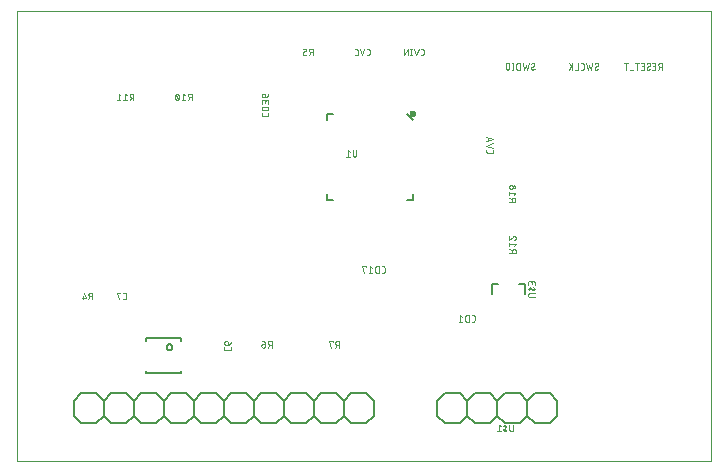
<source format=gbo>
G75*
%MOIN*%
%OFA0B0*%
%FSLAX25Y25*%
%IPPOS*%
%LPD*%
%AMOC8*
5,1,8,0,0,1.08239X$1,22.5*
%
%ADD10C,0.00000*%
%ADD11C,0.00600*%
%ADD12C,0.00200*%
%ADD13C,0.00500*%
%ADD14C,0.00800*%
%ADD15C,0.02362*%
D10*
X0002550Y0001800D02*
X0002550Y0151761D01*
X0233751Y0151761D01*
X0233751Y0001800D01*
X0002550Y0001800D01*
D11*
X0021300Y0016800D02*
X0023800Y0014300D01*
X0028800Y0014300D01*
X0031300Y0016800D01*
X0033800Y0014300D01*
X0038800Y0014300D01*
X0041300Y0016800D01*
X0041300Y0021800D01*
X0038800Y0024300D01*
X0033800Y0024300D01*
X0031300Y0021800D01*
X0028800Y0024300D01*
X0023800Y0024300D01*
X0021300Y0021800D01*
X0021300Y0016800D01*
X0031300Y0016800D02*
X0031300Y0021800D01*
X0041300Y0021800D02*
X0043800Y0024300D01*
X0048800Y0024300D01*
X0051300Y0021800D01*
X0053800Y0024300D01*
X0058800Y0024300D01*
X0061300Y0021800D01*
X0063800Y0024300D01*
X0068800Y0024300D01*
X0071300Y0021800D01*
X0071300Y0016800D01*
X0068800Y0014300D01*
X0063800Y0014300D01*
X0061300Y0016800D01*
X0061300Y0021800D01*
X0061300Y0016800D02*
X0058800Y0014300D01*
X0053800Y0014300D01*
X0051300Y0016800D01*
X0051300Y0021800D01*
X0051300Y0016800D02*
X0048800Y0014300D01*
X0043800Y0014300D01*
X0041300Y0016800D01*
X0071300Y0016800D02*
X0073800Y0014300D01*
X0078800Y0014300D01*
X0081300Y0016800D01*
X0083800Y0014300D01*
X0088800Y0014300D01*
X0091300Y0016800D01*
X0093800Y0014300D01*
X0098800Y0014300D01*
X0101300Y0016800D01*
X0101300Y0021800D01*
X0098800Y0024300D01*
X0093800Y0024300D01*
X0091300Y0021800D01*
X0088800Y0024300D01*
X0083800Y0024300D01*
X0081300Y0021800D01*
X0078800Y0024300D01*
X0073800Y0024300D01*
X0071300Y0021800D01*
X0081300Y0021800D02*
X0081300Y0016800D01*
X0091300Y0016800D02*
X0091300Y0021800D01*
X0101300Y0021800D02*
X0103800Y0024300D01*
X0108800Y0024300D01*
X0111300Y0021800D01*
X0113800Y0024300D01*
X0118800Y0024300D01*
X0121300Y0021800D01*
X0121300Y0016800D01*
X0118800Y0014300D01*
X0113800Y0014300D01*
X0111300Y0016800D01*
X0111300Y0021800D01*
X0111300Y0016800D02*
X0108800Y0014300D01*
X0103800Y0014300D01*
X0101300Y0016800D01*
X0142550Y0016800D02*
X0145050Y0014300D01*
X0150050Y0014300D01*
X0152550Y0016800D01*
X0155050Y0014300D01*
X0160050Y0014300D01*
X0162550Y0016800D01*
X0165050Y0014300D01*
X0170050Y0014300D01*
X0172550Y0016800D01*
X0175050Y0014300D01*
X0180050Y0014300D01*
X0182550Y0016800D01*
X0182550Y0021800D01*
X0180050Y0024300D01*
X0175050Y0024300D01*
X0172550Y0021800D01*
X0170050Y0024300D01*
X0165050Y0024300D01*
X0162550Y0021800D01*
X0162550Y0016800D01*
X0162550Y0021800D02*
X0160050Y0024300D01*
X0155050Y0024300D01*
X0152550Y0021800D01*
X0150050Y0024300D01*
X0145050Y0024300D01*
X0142550Y0021800D01*
X0142550Y0016800D01*
X0152550Y0016800D02*
X0152550Y0021800D01*
X0172550Y0021800D02*
X0172550Y0016800D01*
X0171900Y0057450D02*
X0171900Y0060650D01*
X0169700Y0060650D01*
X0162900Y0060650D02*
X0160700Y0060650D01*
X0160700Y0057450D01*
D12*
X0154461Y0050350D02*
X0153972Y0050350D01*
X0154461Y0050350D02*
X0154504Y0050348D01*
X0154546Y0050343D01*
X0154588Y0050333D01*
X0154628Y0050321D01*
X0154668Y0050304D01*
X0154706Y0050284D01*
X0154741Y0050262D01*
X0154775Y0050236D01*
X0154807Y0050207D01*
X0154836Y0050175D01*
X0154862Y0050141D01*
X0154884Y0050106D01*
X0154904Y0050068D01*
X0154921Y0050028D01*
X0154933Y0049988D01*
X0154943Y0049946D01*
X0154948Y0049904D01*
X0154950Y0049861D01*
X0154950Y0048639D01*
X0154948Y0048596D01*
X0154943Y0048554D01*
X0154933Y0048512D01*
X0154921Y0048472D01*
X0154904Y0048432D01*
X0154884Y0048395D01*
X0154862Y0048359D01*
X0154836Y0048325D01*
X0154807Y0048293D01*
X0154775Y0048264D01*
X0154741Y0048238D01*
X0154706Y0048216D01*
X0154668Y0048196D01*
X0154628Y0048179D01*
X0154588Y0048167D01*
X0154546Y0048157D01*
X0154504Y0048152D01*
X0154461Y0048150D01*
X0153972Y0048150D01*
X0153072Y0048150D02*
X0152461Y0048150D01*
X0153072Y0048150D02*
X0153072Y0050350D01*
X0152461Y0050350D01*
X0152413Y0050348D01*
X0152365Y0050342D01*
X0152318Y0050333D01*
X0152272Y0050320D01*
X0152227Y0050303D01*
X0152184Y0050283D01*
X0152142Y0050260D01*
X0152102Y0050233D01*
X0152064Y0050204D01*
X0152029Y0050171D01*
X0151996Y0050136D01*
X0151967Y0050098D01*
X0151940Y0050058D01*
X0151917Y0050016D01*
X0151897Y0049973D01*
X0151880Y0049928D01*
X0151867Y0049882D01*
X0151858Y0049835D01*
X0151852Y0049787D01*
X0151850Y0049739D01*
X0151849Y0049739D02*
X0151849Y0048761D01*
X0151850Y0048761D02*
X0151852Y0048713D01*
X0151858Y0048665D01*
X0151867Y0048618D01*
X0151880Y0048572D01*
X0151897Y0048527D01*
X0151917Y0048484D01*
X0151940Y0048442D01*
X0151967Y0048402D01*
X0151996Y0048364D01*
X0152029Y0048329D01*
X0152064Y0048296D01*
X0152102Y0048267D01*
X0152142Y0048240D01*
X0152184Y0048217D01*
X0152227Y0048197D01*
X0152272Y0048180D01*
X0152318Y0048167D01*
X0152365Y0048158D01*
X0152413Y0048152D01*
X0152461Y0048150D01*
X0150840Y0048150D02*
X0149617Y0048150D01*
X0150229Y0048150D02*
X0150229Y0050350D01*
X0150840Y0049861D01*
X0173361Y0056374D02*
X0174950Y0056374D01*
X0174950Y0057596D02*
X0173361Y0057596D01*
X0173313Y0057594D01*
X0173265Y0057588D01*
X0173218Y0057579D01*
X0173172Y0057566D01*
X0173127Y0057549D01*
X0173084Y0057529D01*
X0173042Y0057506D01*
X0173002Y0057479D01*
X0172964Y0057450D01*
X0172929Y0057417D01*
X0172896Y0057382D01*
X0172867Y0057344D01*
X0172840Y0057304D01*
X0172817Y0057262D01*
X0172797Y0057219D01*
X0172780Y0057174D01*
X0172767Y0057128D01*
X0172758Y0057081D01*
X0172752Y0057033D01*
X0172750Y0056985D01*
X0172752Y0056937D01*
X0172758Y0056889D01*
X0172767Y0056842D01*
X0172780Y0056796D01*
X0172797Y0056751D01*
X0172817Y0056708D01*
X0172840Y0056666D01*
X0172867Y0056626D01*
X0172896Y0056588D01*
X0172929Y0056553D01*
X0172964Y0056520D01*
X0173002Y0056491D01*
X0173042Y0056464D01*
X0173084Y0056441D01*
X0173127Y0056421D01*
X0173172Y0056404D01*
X0173218Y0056391D01*
X0173265Y0056382D01*
X0173313Y0056376D01*
X0173361Y0056374D01*
X0174033Y0058767D02*
X0173850Y0059073D01*
X0173667Y0059378D01*
X0174583Y0059562D02*
X0174611Y0059511D01*
X0174637Y0059459D01*
X0174659Y0059405D01*
X0174678Y0059350D01*
X0174693Y0059294D01*
X0174705Y0059237D01*
X0174714Y0059180D01*
X0174719Y0059122D01*
X0174721Y0059064D01*
X0174719Y0059005D01*
X0174714Y0058948D01*
X0174705Y0058890D01*
X0174950Y0059073D02*
X0172750Y0059073D01*
X0172995Y0059257D02*
X0173003Y0059292D01*
X0173015Y0059327D01*
X0173031Y0059361D01*
X0173050Y0059392D01*
X0173071Y0059422D01*
X0173096Y0059449D01*
X0173123Y0059474D01*
X0173153Y0059496D01*
X0173185Y0059514D01*
X0173218Y0059530D01*
X0173253Y0059542D01*
X0173289Y0059550D01*
X0173325Y0059555D01*
X0173362Y0059556D01*
X0173399Y0059553D01*
X0173435Y0059547D01*
X0173470Y0059537D01*
X0173505Y0059523D01*
X0173537Y0059507D01*
X0173568Y0059487D01*
X0173597Y0059464D01*
X0173623Y0059438D01*
X0173646Y0059409D01*
X0173667Y0059379D01*
X0172995Y0059256D02*
X0172986Y0059198D01*
X0172981Y0059141D01*
X0172979Y0059082D01*
X0172981Y0059024D01*
X0172986Y0058966D01*
X0172995Y0058909D01*
X0173007Y0058852D01*
X0173022Y0058796D01*
X0173041Y0058741D01*
X0173063Y0058687D01*
X0173089Y0058635D01*
X0173117Y0058584D01*
X0174033Y0058767D02*
X0174054Y0058737D01*
X0174077Y0058708D01*
X0174103Y0058682D01*
X0174132Y0058659D01*
X0174163Y0058639D01*
X0174195Y0058623D01*
X0174230Y0058609D01*
X0174265Y0058599D01*
X0174301Y0058593D01*
X0174338Y0058590D01*
X0174375Y0058591D01*
X0174411Y0058596D01*
X0174447Y0058604D01*
X0174482Y0058616D01*
X0174515Y0058632D01*
X0174547Y0058650D01*
X0174577Y0058672D01*
X0174604Y0058697D01*
X0174629Y0058724D01*
X0174650Y0058754D01*
X0174669Y0058785D01*
X0174685Y0058819D01*
X0174697Y0058854D01*
X0174705Y0058889D01*
X0174950Y0060478D02*
X0174950Y0061211D01*
X0174948Y0061254D01*
X0174943Y0061296D01*
X0174933Y0061338D01*
X0174921Y0061378D01*
X0174904Y0061418D01*
X0174884Y0061456D01*
X0174862Y0061491D01*
X0174836Y0061525D01*
X0174807Y0061557D01*
X0174775Y0061586D01*
X0174741Y0061612D01*
X0174706Y0061634D01*
X0174668Y0061654D01*
X0174628Y0061671D01*
X0174588Y0061683D01*
X0174546Y0061693D01*
X0174504Y0061698D01*
X0174461Y0061700D01*
X0174418Y0061698D01*
X0174376Y0061693D01*
X0174334Y0061683D01*
X0174294Y0061671D01*
X0174254Y0061654D01*
X0174217Y0061634D01*
X0174181Y0061612D01*
X0174147Y0061586D01*
X0174115Y0061557D01*
X0174086Y0061525D01*
X0174060Y0061491D01*
X0174038Y0061456D01*
X0174018Y0061418D01*
X0174001Y0061378D01*
X0173989Y0061338D01*
X0173979Y0061296D01*
X0173974Y0061254D01*
X0173972Y0061211D01*
X0173972Y0060722D01*
X0173972Y0061089D02*
X0173970Y0061137D01*
X0173964Y0061185D01*
X0173955Y0061232D01*
X0173942Y0061278D01*
X0173925Y0061323D01*
X0173905Y0061366D01*
X0173882Y0061408D01*
X0173855Y0061448D01*
X0173826Y0061486D01*
X0173793Y0061521D01*
X0173758Y0061554D01*
X0173720Y0061583D01*
X0173680Y0061610D01*
X0173638Y0061633D01*
X0173595Y0061653D01*
X0173550Y0061670D01*
X0173504Y0061683D01*
X0173457Y0061692D01*
X0173409Y0061698D01*
X0173361Y0061700D01*
X0173313Y0061698D01*
X0173265Y0061692D01*
X0173218Y0061683D01*
X0173172Y0061670D01*
X0173127Y0061653D01*
X0173084Y0061633D01*
X0173042Y0061610D01*
X0173002Y0061583D01*
X0172964Y0061554D01*
X0172929Y0061521D01*
X0172896Y0061486D01*
X0172867Y0061448D01*
X0172840Y0061408D01*
X0172817Y0061366D01*
X0172797Y0061323D01*
X0172780Y0061278D01*
X0172767Y0061232D01*
X0172758Y0061185D01*
X0172752Y0061137D01*
X0172750Y0061089D01*
X0172750Y0060478D01*
X0168700Y0071172D02*
X0166500Y0071172D01*
X0167478Y0071172D02*
X0167478Y0071783D01*
X0167478Y0071905D02*
X0166500Y0072394D01*
X0166500Y0073318D02*
X0166500Y0074540D01*
X0166500Y0073929D02*
X0168700Y0073929D01*
X0168211Y0073318D01*
X0168700Y0071783D02*
X0168698Y0071831D01*
X0168692Y0071879D01*
X0168683Y0071926D01*
X0168670Y0071972D01*
X0168653Y0072017D01*
X0168633Y0072060D01*
X0168610Y0072102D01*
X0168583Y0072142D01*
X0168554Y0072180D01*
X0168521Y0072215D01*
X0168486Y0072248D01*
X0168448Y0072277D01*
X0168408Y0072304D01*
X0168366Y0072327D01*
X0168323Y0072347D01*
X0168278Y0072364D01*
X0168232Y0072377D01*
X0168185Y0072386D01*
X0168137Y0072392D01*
X0168089Y0072394D01*
X0168041Y0072392D01*
X0167993Y0072386D01*
X0167946Y0072377D01*
X0167900Y0072364D01*
X0167855Y0072347D01*
X0167812Y0072327D01*
X0167770Y0072304D01*
X0167730Y0072277D01*
X0167692Y0072248D01*
X0167657Y0072215D01*
X0167624Y0072180D01*
X0167595Y0072142D01*
X0167568Y0072102D01*
X0167545Y0072060D01*
X0167525Y0072017D01*
X0167508Y0071972D01*
X0167495Y0071926D01*
X0167486Y0071879D01*
X0167480Y0071831D01*
X0167478Y0071783D01*
X0168700Y0071783D02*
X0168700Y0071172D01*
X0166500Y0075478D02*
X0166500Y0076700D01*
X0166500Y0075478D02*
X0167722Y0076517D01*
X0168700Y0076150D02*
X0168698Y0076098D01*
X0168692Y0076046D01*
X0168683Y0075994D01*
X0168669Y0075944D01*
X0168652Y0075894D01*
X0168631Y0075846D01*
X0168607Y0075800D01*
X0168580Y0075756D01*
X0168549Y0075713D01*
X0168515Y0075673D01*
X0168479Y0075636D01*
X0168439Y0075602D01*
X0168397Y0075570D01*
X0168354Y0075542D01*
X0168308Y0075517D01*
X0168260Y0075495D01*
X0168211Y0075477D01*
X0167722Y0076517D02*
X0167756Y0076550D01*
X0167793Y0076580D01*
X0167833Y0076608D01*
X0167874Y0076632D01*
X0167917Y0076652D01*
X0167962Y0076669D01*
X0168008Y0076683D01*
X0168055Y0076692D01*
X0168102Y0076698D01*
X0168150Y0076700D01*
X0168195Y0076698D01*
X0168241Y0076692D01*
X0168285Y0076683D01*
X0168329Y0076670D01*
X0168371Y0076654D01*
X0168412Y0076634D01*
X0168451Y0076610D01*
X0168488Y0076584D01*
X0168523Y0076555D01*
X0168555Y0076523D01*
X0168584Y0076488D01*
X0168610Y0076451D01*
X0168634Y0076412D01*
X0168654Y0076371D01*
X0168670Y0076329D01*
X0168683Y0076285D01*
X0168692Y0076241D01*
X0168698Y0076195D01*
X0168700Y0076150D01*
X0168600Y0088150D02*
X0166400Y0088150D01*
X0167378Y0088150D02*
X0167378Y0088761D01*
X0167378Y0088883D02*
X0166400Y0089372D01*
X0166400Y0090296D02*
X0166400Y0091518D01*
X0166400Y0090907D02*
X0168600Y0090907D01*
X0168111Y0090296D01*
X0168600Y0088761D02*
X0168598Y0088809D01*
X0168592Y0088857D01*
X0168583Y0088904D01*
X0168570Y0088950D01*
X0168553Y0088995D01*
X0168533Y0089038D01*
X0168510Y0089080D01*
X0168483Y0089120D01*
X0168454Y0089158D01*
X0168421Y0089193D01*
X0168386Y0089226D01*
X0168348Y0089255D01*
X0168308Y0089282D01*
X0168266Y0089305D01*
X0168223Y0089325D01*
X0168178Y0089342D01*
X0168132Y0089355D01*
X0168085Y0089364D01*
X0168037Y0089370D01*
X0167989Y0089372D01*
X0167941Y0089370D01*
X0167893Y0089364D01*
X0167846Y0089355D01*
X0167800Y0089342D01*
X0167755Y0089325D01*
X0167712Y0089305D01*
X0167670Y0089282D01*
X0167630Y0089255D01*
X0167592Y0089226D01*
X0167557Y0089193D01*
X0167524Y0089158D01*
X0167495Y0089120D01*
X0167468Y0089080D01*
X0167445Y0089038D01*
X0167425Y0088995D01*
X0167408Y0088950D01*
X0167395Y0088904D01*
X0167386Y0088857D01*
X0167380Y0088809D01*
X0167378Y0088761D01*
X0168600Y0088761D02*
X0168600Y0088150D01*
X0168111Y0092578D02*
X0168068Y0092580D01*
X0168026Y0092585D01*
X0167984Y0092595D01*
X0167944Y0092607D01*
X0167904Y0092624D01*
X0167867Y0092644D01*
X0167831Y0092666D01*
X0167797Y0092692D01*
X0167765Y0092721D01*
X0167736Y0092753D01*
X0167710Y0092787D01*
X0167688Y0092823D01*
X0167668Y0092860D01*
X0167651Y0092900D01*
X0167639Y0092940D01*
X0167629Y0092982D01*
X0167624Y0093024D01*
X0167622Y0093067D01*
X0167624Y0093110D01*
X0167629Y0093152D01*
X0167639Y0093194D01*
X0167651Y0093234D01*
X0167668Y0093274D01*
X0167688Y0093312D01*
X0167710Y0093347D01*
X0167736Y0093381D01*
X0167765Y0093413D01*
X0167797Y0093442D01*
X0167831Y0093468D01*
X0167867Y0093490D01*
X0167904Y0093510D01*
X0167944Y0093527D01*
X0167984Y0093539D01*
X0168026Y0093549D01*
X0168068Y0093554D01*
X0168111Y0093556D01*
X0168154Y0093554D01*
X0168196Y0093549D01*
X0168238Y0093539D01*
X0168278Y0093527D01*
X0168318Y0093510D01*
X0168356Y0093490D01*
X0168391Y0093468D01*
X0168425Y0093442D01*
X0168457Y0093413D01*
X0168486Y0093381D01*
X0168512Y0093347D01*
X0168534Y0093312D01*
X0168554Y0093274D01*
X0168571Y0093234D01*
X0168583Y0093194D01*
X0168593Y0093152D01*
X0168598Y0093110D01*
X0168600Y0093067D01*
X0168598Y0093024D01*
X0168593Y0092982D01*
X0168583Y0092940D01*
X0168571Y0092900D01*
X0168554Y0092860D01*
X0168534Y0092823D01*
X0168512Y0092787D01*
X0168486Y0092753D01*
X0168457Y0092721D01*
X0168425Y0092692D01*
X0168391Y0092666D01*
X0168356Y0092644D01*
X0168318Y0092624D01*
X0168278Y0092607D01*
X0168238Y0092595D01*
X0168196Y0092585D01*
X0168154Y0092580D01*
X0168111Y0092578D01*
X0167011Y0092456D02*
X0166963Y0092458D01*
X0166915Y0092464D01*
X0166868Y0092473D01*
X0166822Y0092486D01*
X0166777Y0092503D01*
X0166734Y0092523D01*
X0166692Y0092546D01*
X0166652Y0092573D01*
X0166614Y0092602D01*
X0166579Y0092635D01*
X0166546Y0092670D01*
X0166517Y0092708D01*
X0166490Y0092748D01*
X0166467Y0092790D01*
X0166447Y0092833D01*
X0166430Y0092878D01*
X0166417Y0092924D01*
X0166408Y0092971D01*
X0166402Y0093019D01*
X0166400Y0093067D01*
X0166402Y0093115D01*
X0166408Y0093163D01*
X0166417Y0093210D01*
X0166430Y0093256D01*
X0166447Y0093301D01*
X0166467Y0093344D01*
X0166490Y0093386D01*
X0166517Y0093426D01*
X0166546Y0093464D01*
X0166579Y0093499D01*
X0166614Y0093532D01*
X0166652Y0093561D01*
X0166692Y0093588D01*
X0166734Y0093611D01*
X0166777Y0093631D01*
X0166822Y0093648D01*
X0166868Y0093661D01*
X0166915Y0093670D01*
X0166963Y0093676D01*
X0167011Y0093678D01*
X0167059Y0093676D01*
X0167107Y0093670D01*
X0167154Y0093661D01*
X0167200Y0093648D01*
X0167245Y0093631D01*
X0167288Y0093611D01*
X0167330Y0093588D01*
X0167370Y0093561D01*
X0167408Y0093532D01*
X0167443Y0093499D01*
X0167476Y0093464D01*
X0167505Y0093426D01*
X0167532Y0093386D01*
X0167555Y0093344D01*
X0167575Y0093301D01*
X0167592Y0093256D01*
X0167605Y0093210D01*
X0167614Y0093163D01*
X0167620Y0093115D01*
X0167622Y0093067D01*
X0167620Y0093019D01*
X0167614Y0092971D01*
X0167605Y0092924D01*
X0167592Y0092878D01*
X0167575Y0092833D01*
X0167555Y0092790D01*
X0167532Y0092748D01*
X0167505Y0092708D01*
X0167476Y0092670D01*
X0167443Y0092635D01*
X0167408Y0092602D01*
X0167370Y0092573D01*
X0167330Y0092546D01*
X0167288Y0092523D01*
X0167245Y0092503D01*
X0167200Y0092486D01*
X0167154Y0092473D01*
X0167107Y0092464D01*
X0167059Y0092458D01*
X0167011Y0092456D01*
X0160611Y0104400D02*
X0159389Y0104400D01*
X0159346Y0104402D01*
X0159304Y0104407D01*
X0159262Y0104417D01*
X0159222Y0104429D01*
X0159182Y0104446D01*
X0159145Y0104466D01*
X0159109Y0104488D01*
X0159075Y0104514D01*
X0159043Y0104543D01*
X0159014Y0104575D01*
X0158988Y0104609D01*
X0158966Y0104645D01*
X0158946Y0104682D01*
X0158929Y0104722D01*
X0158917Y0104762D01*
X0158907Y0104804D01*
X0158902Y0104846D01*
X0158900Y0104889D01*
X0158900Y0105378D01*
X0158900Y0106817D02*
X0161100Y0107551D01*
X0161100Y0108977D02*
X0158900Y0108244D01*
X0159450Y0108427D02*
X0159450Y0109527D01*
X0158900Y0109711D02*
X0161100Y0108977D01*
X0161100Y0106084D02*
X0158900Y0106817D01*
X0161100Y0104889D02*
X0161098Y0104846D01*
X0161093Y0104804D01*
X0161083Y0104762D01*
X0161071Y0104722D01*
X0161054Y0104682D01*
X0161034Y0104644D01*
X0161012Y0104609D01*
X0160986Y0104575D01*
X0160957Y0104543D01*
X0160925Y0104514D01*
X0160891Y0104488D01*
X0160855Y0104466D01*
X0160818Y0104446D01*
X0160778Y0104429D01*
X0160738Y0104417D01*
X0160696Y0104407D01*
X0160654Y0104402D01*
X0160611Y0104400D01*
X0161100Y0104889D02*
X0161100Y0105378D01*
X0167398Y0132150D02*
X0167887Y0132150D01*
X0167643Y0132150D02*
X0167643Y0134350D01*
X0167887Y0134350D02*
X0167398Y0134350D01*
X0166526Y0133739D02*
X0166526Y0132761D01*
X0166524Y0132713D01*
X0166518Y0132665D01*
X0166509Y0132618D01*
X0166496Y0132572D01*
X0166479Y0132527D01*
X0166459Y0132484D01*
X0166436Y0132442D01*
X0166409Y0132402D01*
X0166380Y0132364D01*
X0166347Y0132329D01*
X0166312Y0132296D01*
X0166274Y0132267D01*
X0166234Y0132240D01*
X0166192Y0132217D01*
X0166149Y0132197D01*
X0166104Y0132180D01*
X0166058Y0132167D01*
X0166011Y0132158D01*
X0165963Y0132152D01*
X0165915Y0132150D01*
X0165867Y0132152D01*
X0165819Y0132158D01*
X0165772Y0132167D01*
X0165726Y0132180D01*
X0165681Y0132197D01*
X0165638Y0132217D01*
X0165596Y0132240D01*
X0165556Y0132267D01*
X0165518Y0132296D01*
X0165483Y0132329D01*
X0165450Y0132364D01*
X0165421Y0132402D01*
X0165394Y0132442D01*
X0165371Y0132484D01*
X0165351Y0132527D01*
X0165334Y0132572D01*
X0165321Y0132618D01*
X0165312Y0132665D01*
X0165306Y0132713D01*
X0165304Y0132761D01*
X0165304Y0133739D01*
X0165306Y0133787D01*
X0165312Y0133835D01*
X0165321Y0133882D01*
X0165334Y0133928D01*
X0165351Y0133973D01*
X0165371Y0134016D01*
X0165394Y0134058D01*
X0165421Y0134098D01*
X0165450Y0134136D01*
X0165483Y0134171D01*
X0165518Y0134204D01*
X0165556Y0134233D01*
X0165596Y0134260D01*
X0165638Y0134283D01*
X0165681Y0134303D01*
X0165726Y0134320D01*
X0165772Y0134333D01*
X0165819Y0134342D01*
X0165867Y0134348D01*
X0165915Y0134350D01*
X0165963Y0134348D01*
X0166011Y0134342D01*
X0166058Y0134333D01*
X0166104Y0134320D01*
X0166149Y0134303D01*
X0166192Y0134283D01*
X0166234Y0134260D01*
X0166274Y0134233D01*
X0166312Y0134204D01*
X0166347Y0134171D01*
X0166380Y0134136D01*
X0166409Y0134098D01*
X0166436Y0134058D01*
X0166459Y0134016D01*
X0166479Y0133973D01*
X0166496Y0133928D01*
X0166509Y0133882D01*
X0166518Y0133835D01*
X0166524Y0133787D01*
X0166526Y0133739D01*
X0168832Y0133739D02*
X0168832Y0132761D01*
X0168834Y0132713D01*
X0168840Y0132665D01*
X0168849Y0132618D01*
X0168862Y0132572D01*
X0168879Y0132527D01*
X0168899Y0132484D01*
X0168922Y0132442D01*
X0168949Y0132402D01*
X0168978Y0132364D01*
X0169011Y0132329D01*
X0169046Y0132296D01*
X0169084Y0132267D01*
X0169124Y0132240D01*
X0169166Y0132217D01*
X0169209Y0132197D01*
X0169254Y0132180D01*
X0169300Y0132167D01*
X0169347Y0132158D01*
X0169395Y0132152D01*
X0169443Y0132150D01*
X0170054Y0132150D01*
X0170054Y0134350D01*
X0169443Y0134350D01*
X0169395Y0134348D01*
X0169347Y0134342D01*
X0169300Y0134333D01*
X0169254Y0134320D01*
X0169209Y0134303D01*
X0169166Y0134283D01*
X0169124Y0134260D01*
X0169084Y0134233D01*
X0169046Y0134204D01*
X0169011Y0134171D01*
X0168978Y0134136D01*
X0168949Y0134098D01*
X0168922Y0134058D01*
X0168899Y0134016D01*
X0168879Y0133973D01*
X0168862Y0133928D01*
X0168849Y0133882D01*
X0168840Y0133835D01*
X0168834Y0133787D01*
X0168832Y0133739D01*
X0170985Y0134350D02*
X0171474Y0132150D01*
X0171963Y0133617D01*
X0172452Y0132150D01*
X0172941Y0134350D01*
X0174644Y0133433D02*
X0174680Y0133456D01*
X0174714Y0133483D01*
X0174746Y0133512D01*
X0174775Y0133544D01*
X0174801Y0133578D01*
X0174824Y0133614D01*
X0174843Y0133653D01*
X0174860Y0133692D01*
X0174872Y0133733D01*
X0174882Y0133775D01*
X0174887Y0133818D01*
X0174889Y0133861D01*
X0174887Y0133904D01*
X0174882Y0133946D01*
X0174872Y0133988D01*
X0174860Y0134028D01*
X0174843Y0134068D01*
X0174823Y0134106D01*
X0174801Y0134141D01*
X0174775Y0134175D01*
X0174746Y0134207D01*
X0174714Y0134236D01*
X0174680Y0134262D01*
X0174645Y0134284D01*
X0174607Y0134304D01*
X0174567Y0134321D01*
X0174527Y0134333D01*
X0174485Y0134343D01*
X0174443Y0134348D01*
X0174400Y0134350D01*
X0174341Y0134348D01*
X0174282Y0134342D01*
X0174224Y0134333D01*
X0174167Y0134320D01*
X0174110Y0134303D01*
X0174055Y0134282D01*
X0174001Y0134259D01*
X0173948Y0134231D01*
X0173898Y0134200D01*
X0173850Y0134167D01*
X0174950Y0132456D02*
X0174905Y0132412D01*
X0174857Y0132372D01*
X0174807Y0132335D01*
X0174754Y0132301D01*
X0174699Y0132270D01*
X0174643Y0132242D01*
X0174585Y0132218D01*
X0174526Y0132197D01*
X0174466Y0132180D01*
X0174404Y0132167D01*
X0174342Y0132158D01*
X0174280Y0132152D01*
X0174217Y0132150D01*
X0174174Y0132152D01*
X0174132Y0132157D01*
X0174090Y0132167D01*
X0174050Y0132179D01*
X0174010Y0132196D01*
X0173973Y0132216D01*
X0173937Y0132238D01*
X0173903Y0132264D01*
X0173871Y0132293D01*
X0173842Y0132325D01*
X0173816Y0132359D01*
X0173794Y0132394D01*
X0173774Y0132432D01*
X0173757Y0132472D01*
X0173745Y0132512D01*
X0173735Y0132554D01*
X0173730Y0132596D01*
X0173728Y0132639D01*
X0173972Y0133067D02*
X0174644Y0133433D01*
X0173972Y0133067D02*
X0173936Y0133044D01*
X0173902Y0133017D01*
X0173870Y0132988D01*
X0173841Y0132956D01*
X0173815Y0132922D01*
X0173792Y0132886D01*
X0173773Y0132847D01*
X0173756Y0132808D01*
X0173744Y0132767D01*
X0173734Y0132725D01*
X0173729Y0132682D01*
X0173727Y0132639D01*
X0186377Y0132150D02*
X0187111Y0133494D01*
X0187599Y0133006D02*
X0186377Y0134350D01*
X0187599Y0134350D02*
X0187599Y0132150D01*
X0188522Y0132150D02*
X0189500Y0132150D01*
X0189500Y0134350D01*
X0190405Y0134350D02*
X0190894Y0134350D01*
X0190937Y0134348D01*
X0190979Y0134343D01*
X0191021Y0134333D01*
X0191061Y0134321D01*
X0191101Y0134304D01*
X0191139Y0134284D01*
X0191174Y0134262D01*
X0191208Y0134236D01*
X0191240Y0134207D01*
X0191269Y0134175D01*
X0191295Y0134141D01*
X0191317Y0134106D01*
X0191337Y0134068D01*
X0191354Y0134028D01*
X0191366Y0133988D01*
X0191376Y0133946D01*
X0191381Y0133904D01*
X0191383Y0133861D01*
X0191382Y0133861D02*
X0191382Y0132639D01*
X0191383Y0132639D02*
X0191381Y0132596D01*
X0191376Y0132554D01*
X0191366Y0132512D01*
X0191354Y0132472D01*
X0191337Y0132432D01*
X0191317Y0132395D01*
X0191295Y0132359D01*
X0191269Y0132325D01*
X0191240Y0132293D01*
X0191208Y0132264D01*
X0191174Y0132238D01*
X0191139Y0132216D01*
X0191101Y0132196D01*
X0191061Y0132179D01*
X0191021Y0132167D01*
X0190979Y0132157D01*
X0190937Y0132152D01*
X0190894Y0132150D01*
X0190405Y0132150D01*
X0192724Y0132150D02*
X0193213Y0133617D01*
X0193702Y0132150D01*
X0194191Y0134350D01*
X0195894Y0133433D02*
X0195930Y0133456D01*
X0195964Y0133483D01*
X0195996Y0133512D01*
X0196025Y0133544D01*
X0196051Y0133578D01*
X0196074Y0133614D01*
X0196093Y0133653D01*
X0196110Y0133692D01*
X0196122Y0133733D01*
X0196132Y0133775D01*
X0196137Y0133818D01*
X0196139Y0133861D01*
X0196137Y0133904D01*
X0196132Y0133946D01*
X0196122Y0133988D01*
X0196110Y0134028D01*
X0196093Y0134068D01*
X0196073Y0134106D01*
X0196051Y0134141D01*
X0196025Y0134175D01*
X0195996Y0134207D01*
X0195964Y0134236D01*
X0195930Y0134262D01*
X0195895Y0134284D01*
X0195857Y0134304D01*
X0195817Y0134321D01*
X0195777Y0134333D01*
X0195735Y0134343D01*
X0195693Y0134348D01*
X0195650Y0134350D01*
X0195591Y0134348D01*
X0195532Y0134342D01*
X0195474Y0134333D01*
X0195417Y0134320D01*
X0195360Y0134303D01*
X0195305Y0134282D01*
X0195251Y0134259D01*
X0195198Y0134231D01*
X0195148Y0134200D01*
X0195100Y0134167D01*
X0196200Y0132456D02*
X0196155Y0132412D01*
X0196107Y0132372D01*
X0196057Y0132335D01*
X0196004Y0132301D01*
X0195949Y0132270D01*
X0195893Y0132242D01*
X0195835Y0132218D01*
X0195776Y0132197D01*
X0195716Y0132180D01*
X0195654Y0132167D01*
X0195592Y0132158D01*
X0195530Y0132152D01*
X0195467Y0132150D01*
X0195424Y0132152D01*
X0195382Y0132157D01*
X0195340Y0132167D01*
X0195300Y0132179D01*
X0195260Y0132196D01*
X0195223Y0132216D01*
X0195187Y0132238D01*
X0195153Y0132264D01*
X0195121Y0132293D01*
X0195092Y0132325D01*
X0195066Y0132359D01*
X0195044Y0132394D01*
X0195024Y0132432D01*
X0195007Y0132472D01*
X0194995Y0132512D01*
X0194985Y0132554D01*
X0194980Y0132596D01*
X0194978Y0132639D01*
X0195222Y0133067D02*
X0195894Y0133433D01*
X0195222Y0133067D02*
X0195186Y0133044D01*
X0195152Y0133017D01*
X0195120Y0132988D01*
X0195091Y0132956D01*
X0195065Y0132922D01*
X0195042Y0132886D01*
X0195023Y0132847D01*
X0195006Y0132808D01*
X0194994Y0132767D01*
X0194984Y0132725D01*
X0194979Y0132682D01*
X0194977Y0132639D01*
X0192724Y0132150D02*
X0192235Y0134350D01*
X0204866Y0134350D02*
X0206088Y0134350D01*
X0205477Y0134350D02*
X0205477Y0132150D01*
X0206788Y0131906D02*
X0207766Y0131906D01*
X0209077Y0132150D02*
X0209077Y0134350D01*
X0209688Y0134350D02*
X0208466Y0134350D01*
X0210362Y0134350D02*
X0211340Y0134350D01*
X0211340Y0132150D01*
X0210362Y0132150D01*
X0210607Y0133372D02*
X0211340Y0133372D01*
X0212526Y0133067D02*
X0213199Y0133433D01*
X0212954Y0134350D02*
X0212895Y0134348D01*
X0212836Y0134342D01*
X0212778Y0134333D01*
X0212721Y0134320D01*
X0212664Y0134303D01*
X0212609Y0134282D01*
X0212555Y0134259D01*
X0212502Y0134231D01*
X0212452Y0134200D01*
X0212404Y0134167D01*
X0213199Y0133433D02*
X0213235Y0133456D01*
X0213269Y0133483D01*
X0213301Y0133512D01*
X0213330Y0133544D01*
X0213356Y0133578D01*
X0213379Y0133614D01*
X0213398Y0133653D01*
X0213415Y0133692D01*
X0213427Y0133733D01*
X0213437Y0133775D01*
X0213442Y0133818D01*
X0213444Y0133861D01*
X0213443Y0133861D02*
X0213441Y0133904D01*
X0213436Y0133946D01*
X0213426Y0133988D01*
X0213414Y0134028D01*
X0213397Y0134068D01*
X0213377Y0134106D01*
X0213355Y0134141D01*
X0213329Y0134175D01*
X0213300Y0134207D01*
X0213268Y0134236D01*
X0213234Y0134262D01*
X0213199Y0134284D01*
X0213161Y0134304D01*
X0213121Y0134321D01*
X0213081Y0134333D01*
X0213039Y0134343D01*
X0212997Y0134348D01*
X0212954Y0134350D01*
X0213504Y0132456D02*
X0213459Y0132412D01*
X0213411Y0132372D01*
X0213361Y0132335D01*
X0213308Y0132301D01*
X0213253Y0132270D01*
X0213197Y0132242D01*
X0213139Y0132218D01*
X0213080Y0132197D01*
X0213020Y0132180D01*
X0212958Y0132167D01*
X0212896Y0132158D01*
X0212834Y0132152D01*
X0212771Y0132150D01*
X0212728Y0132152D01*
X0212686Y0132157D01*
X0212644Y0132167D01*
X0212604Y0132179D01*
X0212564Y0132196D01*
X0212527Y0132216D01*
X0212491Y0132238D01*
X0212457Y0132264D01*
X0212425Y0132293D01*
X0212396Y0132325D01*
X0212370Y0132359D01*
X0212348Y0132394D01*
X0212328Y0132432D01*
X0212311Y0132472D01*
X0212299Y0132512D01*
X0212289Y0132554D01*
X0212284Y0132596D01*
X0212282Y0132639D01*
X0212284Y0132682D01*
X0212289Y0132725D01*
X0212299Y0132767D01*
X0212311Y0132808D01*
X0212328Y0132847D01*
X0212347Y0132886D01*
X0212370Y0132922D01*
X0212396Y0132956D01*
X0212425Y0132988D01*
X0212457Y0133017D01*
X0212491Y0133044D01*
X0212527Y0133067D01*
X0214250Y0132150D02*
X0215228Y0132150D01*
X0215228Y0134350D01*
X0214250Y0134350D01*
X0214495Y0133372D02*
X0215228Y0133372D01*
X0216717Y0133128D02*
X0216228Y0132150D01*
X0216839Y0133128D02*
X0217450Y0133128D01*
X0216839Y0133128D02*
X0216791Y0133130D01*
X0216743Y0133136D01*
X0216696Y0133145D01*
X0216650Y0133158D01*
X0216605Y0133175D01*
X0216562Y0133195D01*
X0216520Y0133218D01*
X0216480Y0133245D01*
X0216442Y0133274D01*
X0216407Y0133307D01*
X0216374Y0133342D01*
X0216345Y0133380D01*
X0216318Y0133420D01*
X0216295Y0133462D01*
X0216275Y0133505D01*
X0216258Y0133550D01*
X0216245Y0133596D01*
X0216236Y0133643D01*
X0216230Y0133691D01*
X0216228Y0133739D01*
X0216230Y0133787D01*
X0216236Y0133835D01*
X0216245Y0133882D01*
X0216258Y0133928D01*
X0216275Y0133973D01*
X0216295Y0134016D01*
X0216318Y0134058D01*
X0216345Y0134098D01*
X0216374Y0134136D01*
X0216407Y0134171D01*
X0216442Y0134204D01*
X0216480Y0134233D01*
X0216520Y0134260D01*
X0216562Y0134283D01*
X0216605Y0134303D01*
X0216650Y0134320D01*
X0216696Y0134333D01*
X0216743Y0134342D01*
X0216791Y0134348D01*
X0216839Y0134350D01*
X0217450Y0134350D01*
X0217450Y0132150D01*
X0137957Y0137489D02*
X0137957Y0138711D01*
X0137955Y0138754D01*
X0137950Y0138796D01*
X0137940Y0138838D01*
X0137928Y0138878D01*
X0137911Y0138918D01*
X0137891Y0138956D01*
X0137869Y0138991D01*
X0137843Y0139025D01*
X0137814Y0139057D01*
X0137782Y0139086D01*
X0137748Y0139112D01*
X0137713Y0139134D01*
X0137675Y0139154D01*
X0137635Y0139171D01*
X0137595Y0139183D01*
X0137553Y0139193D01*
X0137511Y0139198D01*
X0137468Y0139200D01*
X0136979Y0139200D01*
X0136272Y0139200D02*
X0135539Y0137000D01*
X0134806Y0139200D01*
X0134056Y0139200D02*
X0133567Y0139200D01*
X0133811Y0139200D02*
X0133811Y0137000D01*
X0133567Y0137000D02*
X0134056Y0137000D01*
X0132622Y0137000D02*
X0132622Y0139200D01*
X0131400Y0137000D01*
X0131400Y0139200D01*
X0136979Y0137000D02*
X0137468Y0137000D01*
X0137511Y0137002D01*
X0137553Y0137007D01*
X0137595Y0137017D01*
X0137635Y0137029D01*
X0137675Y0137046D01*
X0137713Y0137066D01*
X0137748Y0137088D01*
X0137782Y0137114D01*
X0137814Y0137143D01*
X0137843Y0137175D01*
X0137869Y0137209D01*
X0137891Y0137245D01*
X0137911Y0137282D01*
X0137928Y0137322D01*
X0137940Y0137362D01*
X0137950Y0137404D01*
X0137955Y0137446D01*
X0137957Y0137489D01*
X0119950Y0137389D02*
X0119950Y0138611D01*
X0119948Y0138654D01*
X0119943Y0138696D01*
X0119933Y0138738D01*
X0119921Y0138778D01*
X0119904Y0138818D01*
X0119884Y0138856D01*
X0119862Y0138891D01*
X0119836Y0138925D01*
X0119807Y0138957D01*
X0119775Y0138986D01*
X0119741Y0139012D01*
X0119706Y0139034D01*
X0119668Y0139054D01*
X0119628Y0139071D01*
X0119588Y0139083D01*
X0119546Y0139093D01*
X0119504Y0139098D01*
X0119461Y0139100D01*
X0118972Y0139100D01*
X0118266Y0139100D02*
X0117533Y0136900D01*
X0116799Y0139100D01*
X0115990Y0138611D02*
X0115990Y0137389D01*
X0115988Y0137346D01*
X0115983Y0137304D01*
X0115973Y0137262D01*
X0115961Y0137222D01*
X0115944Y0137182D01*
X0115924Y0137145D01*
X0115902Y0137109D01*
X0115876Y0137075D01*
X0115847Y0137043D01*
X0115815Y0137014D01*
X0115781Y0136988D01*
X0115746Y0136966D01*
X0115708Y0136946D01*
X0115668Y0136929D01*
X0115628Y0136917D01*
X0115586Y0136907D01*
X0115544Y0136902D01*
X0115501Y0136900D01*
X0115012Y0136900D01*
X0115990Y0138611D02*
X0115988Y0138654D01*
X0115983Y0138696D01*
X0115973Y0138738D01*
X0115961Y0138778D01*
X0115944Y0138818D01*
X0115924Y0138856D01*
X0115902Y0138891D01*
X0115876Y0138925D01*
X0115847Y0138957D01*
X0115815Y0138986D01*
X0115781Y0139012D01*
X0115746Y0139034D01*
X0115708Y0139054D01*
X0115668Y0139071D01*
X0115628Y0139083D01*
X0115586Y0139093D01*
X0115544Y0139098D01*
X0115501Y0139100D01*
X0115012Y0139100D01*
X0118972Y0136900D02*
X0119461Y0136900D01*
X0119504Y0136902D01*
X0119546Y0136907D01*
X0119588Y0136917D01*
X0119628Y0136929D01*
X0119668Y0136946D01*
X0119706Y0136966D01*
X0119741Y0136988D01*
X0119775Y0137014D01*
X0119807Y0137043D01*
X0119836Y0137075D01*
X0119862Y0137109D01*
X0119884Y0137145D01*
X0119904Y0137182D01*
X0119921Y0137222D01*
X0119933Y0137262D01*
X0119943Y0137304D01*
X0119948Y0137346D01*
X0119950Y0137389D01*
X0101018Y0137000D02*
X0101018Y0139200D01*
X0100407Y0139200D01*
X0100359Y0139198D01*
X0100311Y0139192D01*
X0100264Y0139183D01*
X0100218Y0139170D01*
X0100173Y0139153D01*
X0100130Y0139133D01*
X0100088Y0139110D01*
X0100048Y0139083D01*
X0100010Y0139054D01*
X0099975Y0139021D01*
X0099942Y0138986D01*
X0099913Y0138948D01*
X0099886Y0138908D01*
X0099863Y0138866D01*
X0099843Y0138823D01*
X0099826Y0138778D01*
X0099813Y0138732D01*
X0099804Y0138685D01*
X0099798Y0138637D01*
X0099796Y0138589D01*
X0099798Y0138541D01*
X0099804Y0138493D01*
X0099813Y0138446D01*
X0099826Y0138400D01*
X0099843Y0138355D01*
X0099863Y0138312D01*
X0099886Y0138270D01*
X0099913Y0138230D01*
X0099942Y0138192D01*
X0099975Y0138157D01*
X0100010Y0138124D01*
X0100048Y0138095D01*
X0100088Y0138068D01*
X0100130Y0138045D01*
X0100173Y0138025D01*
X0100218Y0138008D01*
X0100264Y0137995D01*
X0100311Y0137986D01*
X0100359Y0137980D01*
X0100407Y0137978D01*
X0101018Y0137978D01*
X0100285Y0137978D02*
X0099796Y0137000D01*
X0098872Y0137000D02*
X0098139Y0137000D01*
X0098096Y0137002D01*
X0098054Y0137007D01*
X0098012Y0137017D01*
X0097972Y0137029D01*
X0097932Y0137046D01*
X0097895Y0137066D01*
X0097859Y0137088D01*
X0097825Y0137114D01*
X0097793Y0137143D01*
X0097764Y0137175D01*
X0097738Y0137209D01*
X0097716Y0137244D01*
X0097696Y0137282D01*
X0097679Y0137322D01*
X0097667Y0137362D01*
X0097657Y0137404D01*
X0097652Y0137446D01*
X0097650Y0137489D01*
X0097650Y0137733D01*
X0097652Y0137776D01*
X0097657Y0137818D01*
X0097667Y0137860D01*
X0097679Y0137900D01*
X0097696Y0137940D01*
X0097716Y0137978D01*
X0097738Y0138013D01*
X0097764Y0138047D01*
X0097793Y0138079D01*
X0097825Y0138108D01*
X0097859Y0138134D01*
X0097895Y0138156D01*
X0097932Y0138176D01*
X0097972Y0138193D01*
X0098012Y0138205D01*
X0098054Y0138215D01*
X0098096Y0138220D01*
X0098139Y0138222D01*
X0098872Y0138222D01*
X0098872Y0139200D01*
X0097650Y0139200D01*
X0086200Y0123956D02*
X0086198Y0123895D01*
X0086192Y0123833D01*
X0086183Y0123773D01*
X0086169Y0123713D01*
X0086152Y0123654D01*
X0086131Y0123596D01*
X0086107Y0123540D01*
X0086079Y0123485D01*
X0086048Y0123432D01*
X0086013Y0123381D01*
X0085976Y0123333D01*
X0085935Y0123287D01*
X0085891Y0123243D01*
X0085845Y0123202D01*
X0085797Y0123165D01*
X0085746Y0123130D01*
X0085693Y0123099D01*
X0085638Y0123071D01*
X0085582Y0123047D01*
X0085524Y0123026D01*
X0085465Y0123009D01*
X0085405Y0122995D01*
X0085345Y0122986D01*
X0085283Y0122980D01*
X0085222Y0122978D01*
X0084611Y0122978D01*
X0084563Y0122980D01*
X0084515Y0122986D01*
X0084468Y0122995D01*
X0084422Y0123008D01*
X0084377Y0123025D01*
X0084334Y0123045D01*
X0084292Y0123068D01*
X0084252Y0123095D01*
X0084214Y0123124D01*
X0084179Y0123157D01*
X0084146Y0123192D01*
X0084117Y0123230D01*
X0084090Y0123270D01*
X0084067Y0123312D01*
X0084047Y0123355D01*
X0084030Y0123400D01*
X0084017Y0123446D01*
X0084008Y0123493D01*
X0084002Y0123541D01*
X0084000Y0123589D01*
X0084002Y0123637D01*
X0084008Y0123685D01*
X0084017Y0123732D01*
X0084030Y0123778D01*
X0084047Y0123823D01*
X0084067Y0123866D01*
X0084090Y0123908D01*
X0084117Y0123948D01*
X0084146Y0123986D01*
X0084179Y0124021D01*
X0084214Y0124054D01*
X0084252Y0124083D01*
X0084292Y0124110D01*
X0084334Y0124133D01*
X0084377Y0124153D01*
X0084422Y0124170D01*
X0084468Y0124183D01*
X0084515Y0124192D01*
X0084563Y0124198D01*
X0084611Y0124200D01*
X0084733Y0124200D01*
X0084776Y0124198D01*
X0084818Y0124193D01*
X0084860Y0124183D01*
X0084900Y0124171D01*
X0084940Y0124154D01*
X0084978Y0124134D01*
X0085013Y0124112D01*
X0085047Y0124086D01*
X0085079Y0124057D01*
X0085108Y0124025D01*
X0085134Y0123991D01*
X0085156Y0123956D01*
X0085176Y0123918D01*
X0085193Y0123878D01*
X0085205Y0123838D01*
X0085215Y0123796D01*
X0085220Y0123754D01*
X0085222Y0123711D01*
X0085222Y0122978D01*
X0085222Y0121551D02*
X0085222Y0121062D01*
X0085222Y0121551D02*
X0085224Y0121594D01*
X0085229Y0121636D01*
X0085239Y0121678D01*
X0085251Y0121718D01*
X0085268Y0121758D01*
X0085288Y0121796D01*
X0085310Y0121831D01*
X0085336Y0121865D01*
X0085365Y0121897D01*
X0085397Y0121926D01*
X0085431Y0121952D01*
X0085467Y0121974D01*
X0085504Y0121994D01*
X0085544Y0122011D01*
X0085584Y0122023D01*
X0085626Y0122033D01*
X0085668Y0122038D01*
X0085711Y0122040D01*
X0085754Y0122038D01*
X0085796Y0122033D01*
X0085838Y0122023D01*
X0085878Y0122011D01*
X0085918Y0121994D01*
X0085956Y0121974D01*
X0085991Y0121952D01*
X0086025Y0121926D01*
X0086057Y0121897D01*
X0086086Y0121865D01*
X0086112Y0121831D01*
X0086134Y0121796D01*
X0086154Y0121758D01*
X0086171Y0121718D01*
X0086183Y0121678D01*
X0086193Y0121636D01*
X0086198Y0121594D01*
X0086200Y0121551D01*
X0086200Y0120818D01*
X0085589Y0119808D02*
X0084611Y0119808D01*
X0084563Y0119806D01*
X0084515Y0119800D01*
X0084468Y0119791D01*
X0084422Y0119778D01*
X0084377Y0119761D01*
X0084334Y0119741D01*
X0084292Y0119718D01*
X0084252Y0119691D01*
X0084214Y0119662D01*
X0084179Y0119629D01*
X0084146Y0119594D01*
X0084117Y0119556D01*
X0084090Y0119516D01*
X0084067Y0119474D01*
X0084047Y0119431D01*
X0084030Y0119386D01*
X0084017Y0119340D01*
X0084008Y0119293D01*
X0084002Y0119245D01*
X0084000Y0119197D01*
X0084000Y0118586D01*
X0086200Y0118586D01*
X0086200Y0119197D01*
X0086198Y0119245D01*
X0086192Y0119293D01*
X0086183Y0119340D01*
X0086170Y0119386D01*
X0086153Y0119431D01*
X0086133Y0119474D01*
X0086110Y0119516D01*
X0086083Y0119556D01*
X0086054Y0119594D01*
X0086021Y0119629D01*
X0085986Y0119662D01*
X0085948Y0119691D01*
X0085908Y0119718D01*
X0085866Y0119741D01*
X0085823Y0119761D01*
X0085778Y0119778D01*
X0085732Y0119791D01*
X0085685Y0119800D01*
X0085637Y0119806D01*
X0085589Y0119808D01*
X0084000Y0120818D02*
X0084000Y0121429D01*
X0084002Y0121477D01*
X0084008Y0121525D01*
X0084017Y0121572D01*
X0084030Y0121618D01*
X0084047Y0121663D01*
X0084067Y0121706D01*
X0084090Y0121748D01*
X0084117Y0121788D01*
X0084146Y0121826D01*
X0084179Y0121861D01*
X0084214Y0121894D01*
X0084252Y0121923D01*
X0084292Y0121950D01*
X0084334Y0121973D01*
X0084377Y0121993D01*
X0084422Y0122010D01*
X0084468Y0122023D01*
X0084515Y0122032D01*
X0084563Y0122038D01*
X0084611Y0122040D01*
X0084659Y0122038D01*
X0084707Y0122032D01*
X0084754Y0122023D01*
X0084800Y0122010D01*
X0084845Y0121993D01*
X0084888Y0121973D01*
X0084930Y0121950D01*
X0084970Y0121923D01*
X0085008Y0121894D01*
X0085043Y0121861D01*
X0085076Y0121826D01*
X0085105Y0121788D01*
X0085132Y0121748D01*
X0085155Y0121706D01*
X0085175Y0121663D01*
X0085192Y0121618D01*
X0085205Y0121572D01*
X0085214Y0121525D01*
X0085220Y0121477D01*
X0085222Y0121429D01*
X0086200Y0117685D02*
X0086200Y0117196D01*
X0086198Y0117153D01*
X0086193Y0117111D01*
X0086183Y0117069D01*
X0086171Y0117029D01*
X0086154Y0116989D01*
X0086134Y0116951D01*
X0086112Y0116916D01*
X0086086Y0116882D01*
X0086057Y0116850D01*
X0086025Y0116821D01*
X0085991Y0116795D01*
X0085955Y0116773D01*
X0085918Y0116753D01*
X0085878Y0116736D01*
X0085838Y0116724D01*
X0085796Y0116714D01*
X0085754Y0116709D01*
X0085711Y0116707D01*
X0084489Y0116707D01*
X0084446Y0116709D01*
X0084404Y0116714D01*
X0084362Y0116724D01*
X0084322Y0116736D01*
X0084282Y0116753D01*
X0084245Y0116773D01*
X0084209Y0116795D01*
X0084175Y0116821D01*
X0084143Y0116850D01*
X0084114Y0116882D01*
X0084088Y0116916D01*
X0084066Y0116952D01*
X0084046Y0116989D01*
X0084029Y0117029D01*
X0084017Y0117069D01*
X0084007Y0117111D01*
X0084002Y0117153D01*
X0084000Y0117196D01*
X0084000Y0117685D01*
X0060678Y0122000D02*
X0060678Y0124200D01*
X0060067Y0124200D01*
X0060019Y0124198D01*
X0059971Y0124192D01*
X0059924Y0124183D01*
X0059878Y0124170D01*
X0059833Y0124153D01*
X0059790Y0124133D01*
X0059748Y0124110D01*
X0059708Y0124083D01*
X0059670Y0124054D01*
X0059635Y0124021D01*
X0059602Y0123986D01*
X0059573Y0123948D01*
X0059546Y0123908D01*
X0059523Y0123866D01*
X0059503Y0123823D01*
X0059486Y0123778D01*
X0059473Y0123732D01*
X0059464Y0123685D01*
X0059458Y0123637D01*
X0059456Y0123589D01*
X0059458Y0123541D01*
X0059464Y0123493D01*
X0059473Y0123446D01*
X0059486Y0123400D01*
X0059503Y0123355D01*
X0059523Y0123312D01*
X0059546Y0123270D01*
X0059573Y0123230D01*
X0059602Y0123192D01*
X0059635Y0123157D01*
X0059670Y0123124D01*
X0059708Y0123095D01*
X0059748Y0123068D01*
X0059790Y0123045D01*
X0059833Y0123025D01*
X0059878Y0123008D01*
X0059924Y0122995D01*
X0059971Y0122986D01*
X0060019Y0122980D01*
X0060067Y0122978D01*
X0060678Y0122978D01*
X0059945Y0122978D02*
X0059456Y0122000D01*
X0058532Y0122000D02*
X0057310Y0122000D01*
X0057921Y0122000D02*
X0057921Y0124200D01*
X0058532Y0123711D01*
X0055150Y0123100D02*
X0055152Y0123018D01*
X0055157Y0122936D01*
X0055167Y0122854D01*
X0055180Y0122773D01*
X0055196Y0122692D01*
X0055217Y0122613D01*
X0055241Y0122534D01*
X0055268Y0122456D01*
X0055299Y0122380D01*
X0055333Y0122306D01*
X0055333Y0122305D02*
X0055348Y0122268D01*
X0055366Y0122232D01*
X0055387Y0122198D01*
X0055411Y0122166D01*
X0055438Y0122136D01*
X0055467Y0122109D01*
X0055498Y0122084D01*
X0055532Y0122062D01*
X0055567Y0122044D01*
X0055604Y0122028D01*
X0055642Y0122016D01*
X0055681Y0122007D01*
X0055721Y0122002D01*
X0055761Y0122000D01*
X0055801Y0122002D01*
X0055841Y0122007D01*
X0055880Y0122016D01*
X0055918Y0122028D01*
X0055955Y0122044D01*
X0055990Y0122062D01*
X0056024Y0122084D01*
X0056055Y0122109D01*
X0056084Y0122136D01*
X0056111Y0122166D01*
X0056135Y0122198D01*
X0056156Y0122232D01*
X0056174Y0122268D01*
X0056189Y0122305D01*
X0056250Y0122489D02*
X0055272Y0123711D01*
X0055333Y0123895D02*
X0055348Y0123932D01*
X0055366Y0123968D01*
X0055387Y0124002D01*
X0055411Y0124034D01*
X0055438Y0124064D01*
X0055467Y0124091D01*
X0055498Y0124116D01*
X0055532Y0124138D01*
X0055567Y0124156D01*
X0055604Y0124172D01*
X0055642Y0124184D01*
X0055681Y0124193D01*
X0055721Y0124198D01*
X0055761Y0124200D01*
X0055801Y0124198D01*
X0055841Y0124193D01*
X0055880Y0124184D01*
X0055918Y0124172D01*
X0055955Y0124156D01*
X0055990Y0124138D01*
X0056024Y0124116D01*
X0056055Y0124091D01*
X0056084Y0124064D01*
X0056111Y0124034D01*
X0056135Y0124002D01*
X0056156Y0123968D01*
X0056174Y0123932D01*
X0056189Y0123895D01*
X0055333Y0123894D02*
X0055299Y0123820D01*
X0055268Y0123744D01*
X0055241Y0123666D01*
X0055217Y0123587D01*
X0055196Y0123508D01*
X0055180Y0123427D01*
X0055167Y0123346D01*
X0055157Y0123264D01*
X0055152Y0123182D01*
X0055150Y0123100D01*
X0056372Y0123100D02*
X0056370Y0123182D01*
X0056365Y0123264D01*
X0056355Y0123346D01*
X0056342Y0123427D01*
X0056326Y0123508D01*
X0056305Y0123587D01*
X0056281Y0123666D01*
X0056254Y0123744D01*
X0056223Y0123820D01*
X0056189Y0123894D01*
X0056372Y0123100D02*
X0056370Y0123018D01*
X0056365Y0122936D01*
X0056355Y0122854D01*
X0056342Y0122773D01*
X0056326Y0122692D01*
X0056305Y0122613D01*
X0056281Y0122534D01*
X0056254Y0122456D01*
X0056223Y0122380D01*
X0056189Y0122306D01*
X0041200Y0121900D02*
X0041200Y0124100D01*
X0040589Y0124100D01*
X0040541Y0124098D01*
X0040493Y0124092D01*
X0040446Y0124083D01*
X0040400Y0124070D01*
X0040355Y0124053D01*
X0040312Y0124033D01*
X0040270Y0124010D01*
X0040230Y0123983D01*
X0040192Y0123954D01*
X0040157Y0123921D01*
X0040124Y0123886D01*
X0040095Y0123848D01*
X0040068Y0123808D01*
X0040045Y0123766D01*
X0040025Y0123723D01*
X0040008Y0123678D01*
X0039995Y0123632D01*
X0039986Y0123585D01*
X0039980Y0123537D01*
X0039978Y0123489D01*
X0039980Y0123441D01*
X0039986Y0123393D01*
X0039995Y0123346D01*
X0040008Y0123300D01*
X0040025Y0123255D01*
X0040045Y0123212D01*
X0040068Y0123170D01*
X0040095Y0123130D01*
X0040124Y0123092D01*
X0040157Y0123057D01*
X0040192Y0123024D01*
X0040230Y0122995D01*
X0040270Y0122968D01*
X0040312Y0122945D01*
X0040355Y0122925D01*
X0040400Y0122908D01*
X0040446Y0122895D01*
X0040493Y0122886D01*
X0040541Y0122880D01*
X0040589Y0122878D01*
X0041200Y0122878D01*
X0040467Y0122878D02*
X0039978Y0121900D01*
X0039054Y0121900D02*
X0037832Y0121900D01*
X0038443Y0121900D02*
X0038443Y0124100D01*
X0039054Y0123611D01*
X0036894Y0123611D02*
X0036283Y0124100D01*
X0036283Y0121900D01*
X0036894Y0121900D02*
X0035672Y0121900D01*
X0112073Y0103150D02*
X0113295Y0103150D01*
X0112684Y0103150D02*
X0112684Y0105350D01*
X0113295Y0104861D01*
X0114305Y0105350D02*
X0114305Y0103761D01*
X0114307Y0103713D01*
X0114313Y0103665D01*
X0114322Y0103618D01*
X0114335Y0103572D01*
X0114352Y0103527D01*
X0114372Y0103484D01*
X0114395Y0103442D01*
X0114422Y0103402D01*
X0114451Y0103364D01*
X0114484Y0103329D01*
X0114519Y0103296D01*
X0114557Y0103267D01*
X0114597Y0103240D01*
X0114639Y0103217D01*
X0114682Y0103197D01*
X0114727Y0103180D01*
X0114773Y0103167D01*
X0114820Y0103158D01*
X0114868Y0103152D01*
X0114916Y0103150D01*
X0114964Y0103152D01*
X0115012Y0103158D01*
X0115059Y0103167D01*
X0115105Y0103180D01*
X0115150Y0103197D01*
X0115193Y0103217D01*
X0115235Y0103240D01*
X0115275Y0103267D01*
X0115313Y0103296D01*
X0115348Y0103329D01*
X0115381Y0103364D01*
X0115410Y0103402D01*
X0115437Y0103442D01*
X0115460Y0103484D01*
X0115480Y0103527D01*
X0115497Y0103572D01*
X0115510Y0103618D01*
X0115519Y0103665D01*
X0115525Y0103713D01*
X0115527Y0103761D01*
X0115527Y0105350D01*
X0117457Y0066600D02*
X0118069Y0064400D01*
X0119617Y0064400D02*
X0120840Y0064400D01*
X0120229Y0064400D02*
X0120229Y0066600D01*
X0120840Y0066111D01*
X0121849Y0065989D02*
X0121849Y0065011D01*
X0121850Y0065011D02*
X0121852Y0064963D01*
X0121858Y0064915D01*
X0121867Y0064868D01*
X0121880Y0064822D01*
X0121897Y0064777D01*
X0121917Y0064734D01*
X0121940Y0064692D01*
X0121967Y0064652D01*
X0121996Y0064614D01*
X0122029Y0064579D01*
X0122064Y0064546D01*
X0122102Y0064517D01*
X0122142Y0064490D01*
X0122184Y0064467D01*
X0122227Y0064447D01*
X0122272Y0064430D01*
X0122318Y0064417D01*
X0122365Y0064408D01*
X0122413Y0064402D01*
X0122461Y0064400D01*
X0123072Y0064400D01*
X0123072Y0066600D01*
X0122461Y0066600D01*
X0122413Y0066598D01*
X0122365Y0066592D01*
X0122318Y0066583D01*
X0122272Y0066570D01*
X0122227Y0066553D01*
X0122184Y0066533D01*
X0122142Y0066510D01*
X0122102Y0066483D01*
X0122064Y0066454D01*
X0122029Y0066421D01*
X0121996Y0066386D01*
X0121967Y0066348D01*
X0121940Y0066308D01*
X0121917Y0066266D01*
X0121897Y0066223D01*
X0121880Y0066178D01*
X0121867Y0066132D01*
X0121858Y0066085D01*
X0121852Y0066037D01*
X0121850Y0065989D01*
X0123972Y0066600D02*
X0124461Y0066600D01*
X0124504Y0066598D01*
X0124546Y0066593D01*
X0124588Y0066583D01*
X0124628Y0066571D01*
X0124668Y0066554D01*
X0124706Y0066534D01*
X0124741Y0066512D01*
X0124775Y0066486D01*
X0124807Y0066457D01*
X0124836Y0066425D01*
X0124862Y0066391D01*
X0124884Y0066356D01*
X0124904Y0066318D01*
X0124921Y0066278D01*
X0124933Y0066238D01*
X0124943Y0066196D01*
X0124948Y0066154D01*
X0124950Y0066111D01*
X0124950Y0064889D01*
X0124948Y0064846D01*
X0124943Y0064804D01*
X0124933Y0064762D01*
X0124921Y0064722D01*
X0124904Y0064682D01*
X0124884Y0064645D01*
X0124862Y0064609D01*
X0124836Y0064575D01*
X0124807Y0064543D01*
X0124775Y0064514D01*
X0124741Y0064488D01*
X0124706Y0064466D01*
X0124668Y0064446D01*
X0124628Y0064429D01*
X0124588Y0064417D01*
X0124546Y0064407D01*
X0124504Y0064402D01*
X0124461Y0064400D01*
X0123972Y0064400D01*
X0118680Y0066356D02*
X0118680Y0066600D01*
X0117457Y0066600D01*
X0109768Y0041700D02*
X0109157Y0041700D01*
X0109768Y0041700D02*
X0109768Y0039500D01*
X0109768Y0040478D02*
X0109157Y0040478D01*
X0109035Y0040478D02*
X0108546Y0039500D01*
X0107011Y0039500D02*
X0106400Y0041700D01*
X0107622Y0041700D01*
X0107622Y0041456D01*
X0109157Y0041700D02*
X0109109Y0041698D01*
X0109061Y0041692D01*
X0109014Y0041683D01*
X0108968Y0041670D01*
X0108923Y0041653D01*
X0108880Y0041633D01*
X0108838Y0041610D01*
X0108798Y0041583D01*
X0108760Y0041554D01*
X0108725Y0041521D01*
X0108692Y0041486D01*
X0108663Y0041448D01*
X0108636Y0041408D01*
X0108613Y0041366D01*
X0108593Y0041323D01*
X0108576Y0041278D01*
X0108563Y0041232D01*
X0108554Y0041185D01*
X0108548Y0041137D01*
X0108546Y0041089D01*
X0108548Y0041041D01*
X0108554Y0040993D01*
X0108563Y0040946D01*
X0108576Y0040900D01*
X0108593Y0040855D01*
X0108613Y0040812D01*
X0108636Y0040770D01*
X0108663Y0040730D01*
X0108692Y0040692D01*
X0108725Y0040657D01*
X0108760Y0040624D01*
X0108798Y0040595D01*
X0108838Y0040568D01*
X0108880Y0040545D01*
X0108923Y0040525D01*
X0108968Y0040508D01*
X0109014Y0040495D01*
X0109061Y0040486D01*
X0109109Y0040480D01*
X0109157Y0040478D01*
X0087268Y0040478D02*
X0086657Y0040478D01*
X0086535Y0040478D02*
X0086046Y0039500D01*
X0085122Y0040111D02*
X0085122Y0040722D01*
X0084389Y0040722D01*
X0085122Y0040722D02*
X0085120Y0040783D01*
X0085114Y0040845D01*
X0085105Y0040905D01*
X0085091Y0040965D01*
X0085074Y0041024D01*
X0085053Y0041082D01*
X0085029Y0041138D01*
X0085001Y0041193D01*
X0084970Y0041246D01*
X0084935Y0041297D01*
X0084898Y0041345D01*
X0084857Y0041391D01*
X0084813Y0041435D01*
X0084767Y0041476D01*
X0084719Y0041513D01*
X0084668Y0041548D01*
X0084615Y0041579D01*
X0084560Y0041607D01*
X0084504Y0041631D01*
X0084446Y0041652D01*
X0084387Y0041669D01*
X0084327Y0041683D01*
X0084267Y0041692D01*
X0084205Y0041698D01*
X0084144Y0041700D01*
X0083900Y0040233D02*
X0083900Y0040111D01*
X0083900Y0040233D02*
X0083902Y0040276D01*
X0083907Y0040318D01*
X0083917Y0040360D01*
X0083929Y0040400D01*
X0083946Y0040440D01*
X0083966Y0040478D01*
X0083988Y0040513D01*
X0084014Y0040547D01*
X0084043Y0040579D01*
X0084075Y0040608D01*
X0084109Y0040634D01*
X0084145Y0040656D01*
X0084182Y0040676D01*
X0084222Y0040693D01*
X0084262Y0040705D01*
X0084304Y0040715D01*
X0084346Y0040720D01*
X0084389Y0040722D01*
X0083900Y0040111D02*
X0083902Y0040063D01*
X0083908Y0040015D01*
X0083917Y0039968D01*
X0083930Y0039922D01*
X0083947Y0039877D01*
X0083967Y0039834D01*
X0083990Y0039792D01*
X0084017Y0039752D01*
X0084046Y0039714D01*
X0084079Y0039679D01*
X0084114Y0039646D01*
X0084152Y0039617D01*
X0084192Y0039590D01*
X0084234Y0039567D01*
X0084277Y0039547D01*
X0084322Y0039530D01*
X0084368Y0039517D01*
X0084415Y0039508D01*
X0084463Y0039502D01*
X0084511Y0039500D01*
X0084559Y0039502D01*
X0084607Y0039508D01*
X0084654Y0039517D01*
X0084700Y0039530D01*
X0084745Y0039547D01*
X0084788Y0039567D01*
X0084830Y0039590D01*
X0084870Y0039617D01*
X0084908Y0039646D01*
X0084943Y0039679D01*
X0084976Y0039714D01*
X0085005Y0039752D01*
X0085032Y0039792D01*
X0085055Y0039834D01*
X0085075Y0039877D01*
X0085092Y0039922D01*
X0085105Y0039968D01*
X0085114Y0040015D01*
X0085120Y0040063D01*
X0085122Y0040111D01*
X0086657Y0040478D02*
X0086609Y0040480D01*
X0086561Y0040486D01*
X0086514Y0040495D01*
X0086468Y0040508D01*
X0086423Y0040525D01*
X0086380Y0040545D01*
X0086338Y0040568D01*
X0086298Y0040595D01*
X0086260Y0040624D01*
X0086225Y0040657D01*
X0086192Y0040692D01*
X0086163Y0040730D01*
X0086136Y0040770D01*
X0086113Y0040812D01*
X0086093Y0040855D01*
X0086076Y0040900D01*
X0086063Y0040946D01*
X0086054Y0040993D01*
X0086048Y0041041D01*
X0086046Y0041089D01*
X0086048Y0041137D01*
X0086054Y0041185D01*
X0086063Y0041232D01*
X0086076Y0041278D01*
X0086093Y0041323D01*
X0086113Y0041366D01*
X0086136Y0041408D01*
X0086163Y0041448D01*
X0086192Y0041486D01*
X0086225Y0041521D01*
X0086260Y0041554D01*
X0086298Y0041583D01*
X0086338Y0041610D01*
X0086380Y0041633D01*
X0086423Y0041653D01*
X0086468Y0041670D01*
X0086514Y0041683D01*
X0086561Y0041692D01*
X0086609Y0041698D01*
X0086657Y0041700D01*
X0087268Y0041700D01*
X0087268Y0039500D01*
X0073700Y0039649D02*
X0073700Y0039160D01*
X0073698Y0039117D01*
X0073693Y0039075D01*
X0073683Y0039033D01*
X0073671Y0038993D01*
X0073654Y0038953D01*
X0073634Y0038915D01*
X0073612Y0038880D01*
X0073586Y0038846D01*
X0073557Y0038814D01*
X0073525Y0038785D01*
X0073491Y0038759D01*
X0073455Y0038737D01*
X0073418Y0038717D01*
X0073378Y0038700D01*
X0073338Y0038688D01*
X0073296Y0038678D01*
X0073254Y0038673D01*
X0073211Y0038671D01*
X0071989Y0038671D01*
X0071946Y0038673D01*
X0071904Y0038678D01*
X0071862Y0038688D01*
X0071822Y0038700D01*
X0071782Y0038717D01*
X0071745Y0038737D01*
X0071709Y0038759D01*
X0071675Y0038785D01*
X0071643Y0038814D01*
X0071614Y0038846D01*
X0071588Y0038880D01*
X0071566Y0038916D01*
X0071546Y0038953D01*
X0071529Y0038993D01*
X0071517Y0039033D01*
X0071507Y0039075D01*
X0071502Y0039117D01*
X0071500Y0039160D01*
X0071500Y0039649D01*
X0072111Y0040478D02*
X0072722Y0040478D01*
X0072722Y0041211D01*
X0072722Y0040478D02*
X0072783Y0040480D01*
X0072845Y0040486D01*
X0072905Y0040495D01*
X0072965Y0040509D01*
X0073024Y0040526D01*
X0073082Y0040547D01*
X0073138Y0040571D01*
X0073193Y0040599D01*
X0073246Y0040630D01*
X0073297Y0040665D01*
X0073345Y0040702D01*
X0073391Y0040743D01*
X0073435Y0040787D01*
X0073476Y0040833D01*
X0073513Y0040881D01*
X0073548Y0040932D01*
X0073579Y0040985D01*
X0073607Y0041040D01*
X0073631Y0041096D01*
X0073652Y0041154D01*
X0073669Y0041213D01*
X0073683Y0041273D01*
X0073692Y0041333D01*
X0073698Y0041395D01*
X0073700Y0041456D01*
X0072233Y0041700D02*
X0072111Y0041700D01*
X0072233Y0041700D02*
X0072276Y0041698D01*
X0072318Y0041693D01*
X0072360Y0041683D01*
X0072400Y0041671D01*
X0072440Y0041654D01*
X0072478Y0041634D01*
X0072513Y0041612D01*
X0072547Y0041586D01*
X0072579Y0041557D01*
X0072608Y0041525D01*
X0072634Y0041491D01*
X0072656Y0041456D01*
X0072676Y0041418D01*
X0072693Y0041378D01*
X0072705Y0041338D01*
X0072715Y0041296D01*
X0072720Y0041254D01*
X0072722Y0041211D01*
X0072111Y0041700D02*
X0072063Y0041698D01*
X0072015Y0041692D01*
X0071968Y0041683D01*
X0071922Y0041670D01*
X0071877Y0041653D01*
X0071834Y0041633D01*
X0071792Y0041610D01*
X0071752Y0041583D01*
X0071714Y0041554D01*
X0071679Y0041521D01*
X0071646Y0041486D01*
X0071617Y0041448D01*
X0071590Y0041408D01*
X0071567Y0041366D01*
X0071547Y0041323D01*
X0071530Y0041278D01*
X0071517Y0041232D01*
X0071508Y0041185D01*
X0071502Y0041137D01*
X0071500Y0041089D01*
X0071502Y0041041D01*
X0071508Y0040993D01*
X0071517Y0040946D01*
X0071530Y0040900D01*
X0071547Y0040855D01*
X0071567Y0040812D01*
X0071590Y0040770D01*
X0071617Y0040730D01*
X0071646Y0040692D01*
X0071679Y0040657D01*
X0071714Y0040624D01*
X0071752Y0040595D01*
X0071792Y0040568D01*
X0071834Y0040545D01*
X0071877Y0040525D01*
X0071922Y0040508D01*
X0071968Y0040495D01*
X0072015Y0040486D01*
X0072063Y0040480D01*
X0072111Y0040478D01*
X0038700Y0056139D02*
X0038700Y0057361D01*
X0038698Y0057404D01*
X0038693Y0057446D01*
X0038683Y0057488D01*
X0038671Y0057528D01*
X0038654Y0057568D01*
X0038634Y0057606D01*
X0038612Y0057641D01*
X0038586Y0057675D01*
X0038557Y0057707D01*
X0038525Y0057736D01*
X0038491Y0057762D01*
X0038456Y0057784D01*
X0038418Y0057804D01*
X0038378Y0057821D01*
X0038338Y0057833D01*
X0038296Y0057843D01*
X0038254Y0057848D01*
X0038211Y0057850D01*
X0037722Y0057850D01*
X0036894Y0057850D02*
X0035671Y0057850D01*
X0036283Y0055650D01*
X0037722Y0055650D02*
X0038211Y0055650D01*
X0038254Y0055652D01*
X0038296Y0055657D01*
X0038338Y0055667D01*
X0038378Y0055679D01*
X0038418Y0055696D01*
X0038456Y0055716D01*
X0038491Y0055738D01*
X0038525Y0055764D01*
X0038557Y0055793D01*
X0038586Y0055825D01*
X0038612Y0055859D01*
X0038634Y0055895D01*
X0038654Y0055932D01*
X0038671Y0055972D01*
X0038683Y0056012D01*
X0038693Y0056054D01*
X0038698Y0056096D01*
X0038700Y0056139D01*
X0036894Y0057606D02*
X0036894Y0057850D01*
X0027450Y0057850D02*
X0027450Y0055650D01*
X0027450Y0056628D02*
X0026839Y0056628D01*
X0026717Y0056628D02*
X0026228Y0055650D01*
X0025304Y0056139D02*
X0024082Y0056139D01*
X0024449Y0056628D02*
X0024449Y0055650D01*
X0025304Y0056139D02*
X0024815Y0057850D01*
X0026839Y0057850D02*
X0027450Y0057850D01*
X0026839Y0057850D02*
X0026791Y0057848D01*
X0026743Y0057842D01*
X0026696Y0057833D01*
X0026650Y0057820D01*
X0026605Y0057803D01*
X0026562Y0057783D01*
X0026520Y0057760D01*
X0026480Y0057733D01*
X0026442Y0057704D01*
X0026407Y0057671D01*
X0026374Y0057636D01*
X0026345Y0057598D01*
X0026318Y0057558D01*
X0026295Y0057516D01*
X0026275Y0057473D01*
X0026258Y0057428D01*
X0026245Y0057382D01*
X0026236Y0057335D01*
X0026230Y0057287D01*
X0026228Y0057239D01*
X0026230Y0057191D01*
X0026236Y0057143D01*
X0026245Y0057096D01*
X0026258Y0057050D01*
X0026275Y0057005D01*
X0026295Y0056962D01*
X0026318Y0056920D01*
X0026345Y0056880D01*
X0026374Y0056842D01*
X0026407Y0056807D01*
X0026442Y0056774D01*
X0026480Y0056745D01*
X0026520Y0056718D01*
X0026562Y0056695D01*
X0026605Y0056675D01*
X0026650Y0056658D01*
X0026696Y0056645D01*
X0026743Y0056636D01*
X0026791Y0056630D01*
X0026839Y0056628D01*
X0163035Y0013800D02*
X0163035Y0011600D01*
X0163646Y0011600D02*
X0162424Y0011600D01*
X0163646Y0013311D02*
X0163035Y0013800D01*
X0165051Y0013800D02*
X0165051Y0011600D01*
X0164867Y0011845D02*
X0164832Y0011853D01*
X0164797Y0011865D01*
X0164763Y0011881D01*
X0164732Y0011900D01*
X0164702Y0011921D01*
X0164675Y0011946D01*
X0164650Y0011973D01*
X0164628Y0012003D01*
X0164610Y0012035D01*
X0164594Y0012068D01*
X0164582Y0012103D01*
X0164574Y0012139D01*
X0164569Y0012175D01*
X0164568Y0012212D01*
X0164571Y0012249D01*
X0164577Y0012285D01*
X0164587Y0012320D01*
X0164601Y0012355D01*
X0164617Y0012387D01*
X0164637Y0012418D01*
X0164660Y0012447D01*
X0164686Y0012473D01*
X0164715Y0012496D01*
X0164745Y0012517D01*
X0165051Y0012700D01*
X0165356Y0012883D01*
X0165540Y0011967D02*
X0165489Y0011939D01*
X0165437Y0011913D01*
X0165383Y0011891D01*
X0165328Y0011872D01*
X0165272Y0011857D01*
X0165215Y0011845D01*
X0165158Y0011836D01*
X0165100Y0011831D01*
X0165042Y0011829D01*
X0164983Y0011831D01*
X0164926Y0011836D01*
X0164868Y0011845D01*
X0164562Y0013433D02*
X0164613Y0013461D01*
X0164665Y0013487D01*
X0164719Y0013509D01*
X0164774Y0013528D01*
X0164830Y0013543D01*
X0164887Y0013555D01*
X0164944Y0013564D01*
X0165002Y0013569D01*
X0165060Y0013571D01*
X0165119Y0013569D01*
X0165176Y0013564D01*
X0165234Y0013555D01*
X0165235Y0013555D02*
X0165270Y0013547D01*
X0165305Y0013535D01*
X0165339Y0013519D01*
X0165370Y0013500D01*
X0165400Y0013479D01*
X0165427Y0013454D01*
X0165452Y0013427D01*
X0165474Y0013397D01*
X0165492Y0013365D01*
X0165508Y0013332D01*
X0165520Y0013297D01*
X0165528Y0013261D01*
X0165533Y0013225D01*
X0165534Y0013188D01*
X0165531Y0013151D01*
X0165525Y0013115D01*
X0165515Y0013080D01*
X0165501Y0013045D01*
X0165485Y0013013D01*
X0165465Y0012982D01*
X0165442Y0012953D01*
X0165416Y0012927D01*
X0165387Y0012904D01*
X0165357Y0012883D01*
X0166528Y0012211D02*
X0166528Y0013800D01*
X0167750Y0013800D02*
X0167750Y0012211D01*
X0167748Y0012163D01*
X0167742Y0012115D01*
X0167733Y0012068D01*
X0167720Y0012022D01*
X0167703Y0011977D01*
X0167683Y0011934D01*
X0167660Y0011892D01*
X0167633Y0011852D01*
X0167604Y0011814D01*
X0167571Y0011779D01*
X0167536Y0011746D01*
X0167498Y0011717D01*
X0167458Y0011690D01*
X0167416Y0011667D01*
X0167373Y0011647D01*
X0167328Y0011630D01*
X0167282Y0011617D01*
X0167235Y0011608D01*
X0167187Y0011602D01*
X0167139Y0011600D01*
X0167091Y0011602D01*
X0167043Y0011608D01*
X0166996Y0011617D01*
X0166950Y0011630D01*
X0166905Y0011647D01*
X0166862Y0011667D01*
X0166820Y0011690D01*
X0166780Y0011717D01*
X0166742Y0011746D01*
X0166707Y0011779D01*
X0166674Y0011814D01*
X0166645Y0011852D01*
X0166618Y0011892D01*
X0166595Y0011934D01*
X0166575Y0011977D01*
X0166558Y0012022D01*
X0166545Y0012068D01*
X0166536Y0012115D01*
X0166530Y0012163D01*
X0166528Y0012211D01*
D13*
X0057206Y0030894D02*
X0045394Y0030894D01*
X0045394Y0031879D01*
X0052285Y0039753D02*
X0052287Y0039815D01*
X0052293Y0039878D01*
X0052303Y0039939D01*
X0052317Y0040000D01*
X0052334Y0040060D01*
X0052355Y0040119D01*
X0052381Y0040176D01*
X0052409Y0040231D01*
X0052441Y0040285D01*
X0052477Y0040336D01*
X0052515Y0040386D01*
X0052557Y0040432D01*
X0052601Y0040476D01*
X0052649Y0040517D01*
X0052698Y0040555D01*
X0052750Y0040589D01*
X0052804Y0040620D01*
X0052860Y0040648D01*
X0052918Y0040672D01*
X0052977Y0040693D01*
X0053037Y0040709D01*
X0053098Y0040722D01*
X0053160Y0040731D01*
X0053222Y0040736D01*
X0053285Y0040737D01*
X0053347Y0040734D01*
X0053409Y0040727D01*
X0053471Y0040716D01*
X0053531Y0040701D01*
X0053591Y0040683D01*
X0053649Y0040661D01*
X0053706Y0040635D01*
X0053761Y0040605D01*
X0053814Y0040572D01*
X0053865Y0040536D01*
X0053913Y0040497D01*
X0053959Y0040454D01*
X0054002Y0040409D01*
X0054042Y0040361D01*
X0054079Y0040311D01*
X0054113Y0040258D01*
X0054144Y0040204D01*
X0054170Y0040148D01*
X0054194Y0040090D01*
X0054213Y0040030D01*
X0054229Y0039970D01*
X0054241Y0039908D01*
X0054249Y0039847D01*
X0054253Y0039784D01*
X0054253Y0039722D01*
X0054249Y0039659D01*
X0054241Y0039598D01*
X0054229Y0039536D01*
X0054213Y0039476D01*
X0054194Y0039416D01*
X0054170Y0039358D01*
X0054144Y0039302D01*
X0054113Y0039248D01*
X0054079Y0039195D01*
X0054042Y0039145D01*
X0054002Y0039097D01*
X0053959Y0039052D01*
X0053913Y0039009D01*
X0053865Y0038970D01*
X0053814Y0038934D01*
X0053761Y0038901D01*
X0053706Y0038871D01*
X0053649Y0038845D01*
X0053591Y0038823D01*
X0053531Y0038805D01*
X0053471Y0038790D01*
X0053409Y0038779D01*
X0053347Y0038772D01*
X0053285Y0038769D01*
X0053222Y0038770D01*
X0053160Y0038775D01*
X0053098Y0038784D01*
X0053037Y0038797D01*
X0052977Y0038813D01*
X0052918Y0038834D01*
X0052860Y0038858D01*
X0052804Y0038886D01*
X0052750Y0038917D01*
X0052698Y0038951D01*
X0052649Y0038989D01*
X0052601Y0039030D01*
X0052557Y0039074D01*
X0052515Y0039120D01*
X0052477Y0039170D01*
X0052441Y0039221D01*
X0052409Y0039275D01*
X0052381Y0039330D01*
X0052355Y0039387D01*
X0052334Y0039446D01*
X0052317Y0039506D01*
X0052303Y0039567D01*
X0052293Y0039628D01*
X0052287Y0039691D01*
X0052285Y0039753D01*
X0057206Y0041721D02*
X0057206Y0042706D01*
X0045394Y0042706D01*
X0045394Y0041721D01*
X0057206Y0031879D02*
X0057206Y0030894D01*
D14*
X0105770Y0088770D02*
X0107739Y0088770D01*
X0105770Y0088770D02*
X0105770Y0090739D01*
X0132361Y0088770D02*
X0134330Y0088770D01*
X0134330Y0090739D01*
X0134330Y0115361D02*
X0132361Y0117330D01*
X0107739Y0117330D02*
X0105770Y0117330D01*
X0105770Y0115361D01*
D15*
X0134511Y0117511D03*
M02*

</source>
